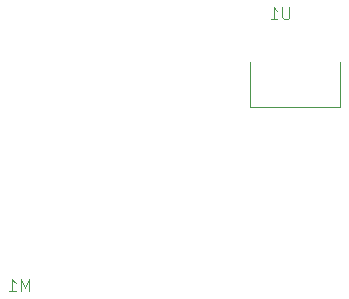
<source format=gbr>
%TF.GenerationSoftware,KiCad,Pcbnew,8.0.8*%
%TF.CreationDate,2025-02-21T00:42:49-08:00*%
%TF.ProjectId,jazmyn_hwsw,6a617a6d-796e-45f6-9877-73772e6b6963,rev?*%
%TF.SameCoordinates,Original*%
%TF.FileFunction,Legend,Bot*%
%TF.FilePolarity,Positive*%
%FSLAX46Y46*%
G04 Gerber Fmt 4.6, Leading zero omitted, Abs format (unit mm)*
G04 Created by KiCad (PCBNEW 8.0.8) date 2025-02-21 00:42:49*
%MOMM*%
%LPD*%
G01*
G04 APERTURE LIST*
%ADD10C,0.100000*%
G04 APERTURE END LIST*
D10*
X146371904Y-63927419D02*
X146371904Y-64736942D01*
X146371904Y-64736942D02*
X146324285Y-64832180D01*
X146324285Y-64832180D02*
X146276666Y-64879800D01*
X146276666Y-64879800D02*
X146181428Y-64927419D01*
X146181428Y-64927419D02*
X145990952Y-64927419D01*
X145990952Y-64927419D02*
X145895714Y-64879800D01*
X145895714Y-64879800D02*
X145848095Y-64832180D01*
X145848095Y-64832180D02*
X145800476Y-64736942D01*
X145800476Y-64736942D02*
X145800476Y-63927419D01*
X144800476Y-64927419D02*
X145371904Y-64927419D01*
X145086190Y-64927419D02*
X145086190Y-63927419D01*
X145086190Y-63927419D02*
X145181428Y-64070276D01*
X145181428Y-64070276D02*
X145276666Y-64165514D01*
X145276666Y-64165514D02*
X145371904Y-64213133D01*
X124309523Y-87957419D02*
X124309523Y-86957419D01*
X124309523Y-86957419D02*
X123976190Y-87671704D01*
X123976190Y-87671704D02*
X123642857Y-86957419D01*
X123642857Y-86957419D02*
X123642857Y-87957419D01*
X122642857Y-87957419D02*
X123214285Y-87957419D01*
X122928571Y-87957419D02*
X122928571Y-86957419D01*
X122928571Y-86957419D02*
X123023809Y-87100276D01*
X123023809Y-87100276D02*
X123119047Y-87195514D01*
X123119047Y-87195514D02*
X123214285Y-87243133D01*
%TO.C,U1*%
X143070000Y-68510000D02*
X143070000Y-72320000D01*
X143070000Y-72320000D02*
X150690000Y-72320000D01*
X150690000Y-72320000D02*
X150690000Y-68510000D01*
%TD*%
M02*

</source>
